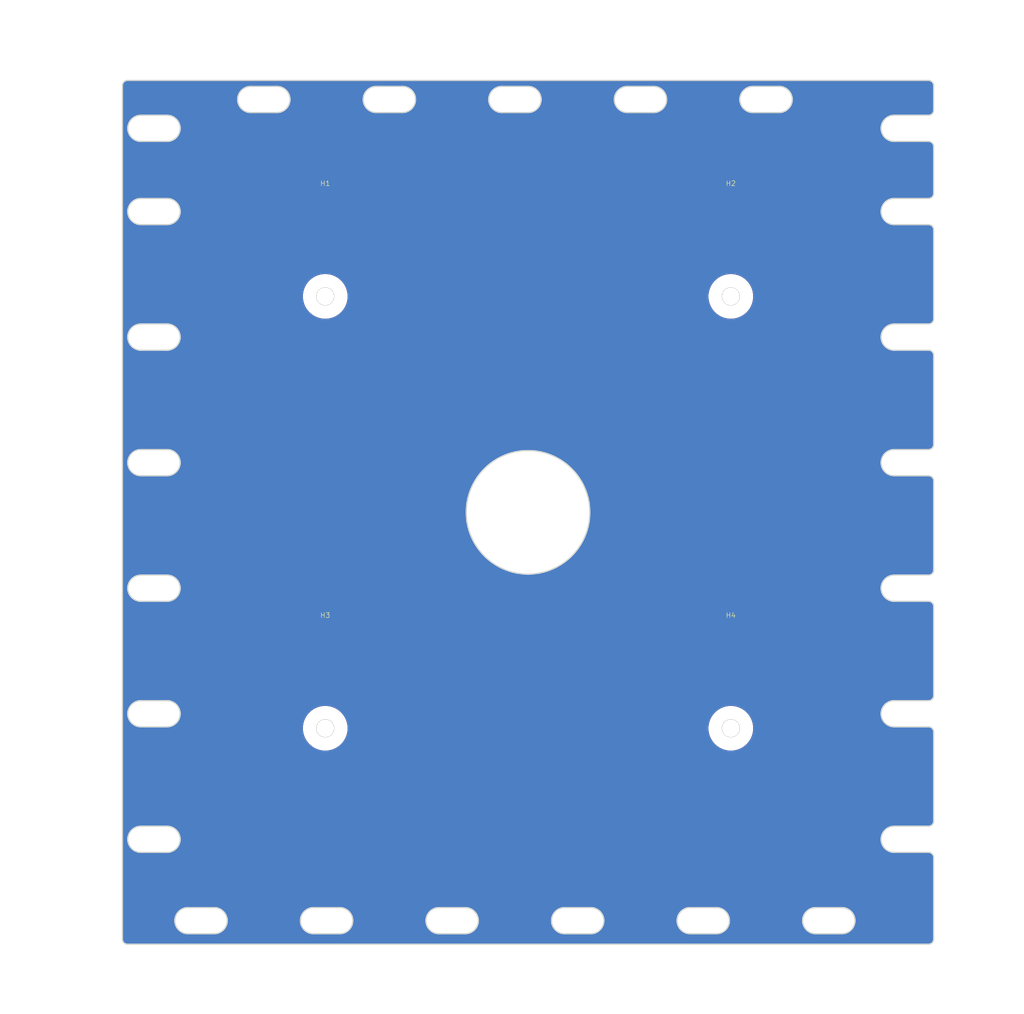
<source format=kicad_pcb>
(kicad_pcb (version 20221018) (generator pcbnew)
  (layers (0 "F.Cu" signal) (1 "In1.Cu" signal) (2 "In2.Cu" signal) (31 "B.Cu" signal) (34 "B.Paste" user) (35 "F.Paste" user) (36 "B.SilkS" user "B.Silkscreen") (37 "F.SilkS" user "F.Silkscreen") (38 "B.Mask" user) (39 "F.Mask" user) (44 "Edge.Cuts" user))
  (net 0 "")
  (footprint "0_Library:MountingHole_7.14mm" (layer "F.Cu") (at 123.075 42.68625)
    (fp_text reference "H2" (at 0 -22.852 unlocked) (layer "F.SilkS") (effects (font (thickness 0.1))))
    (fp_text value "MountingHole")
    (pad "" np_thru_hole circle (at 0 0) (size 3.45 3.45) (drill 3.45) (layers "F&B.Cu" "*.Mask"))
  )
  (footprint "0_Library:MountingHole_7.14mm" (layer "F.Cu") (at 123.075 130.05875)
    (fp_text reference "H4" (at 0 -22.852 unlocked) (layer "F.SilkS") (effects (font (thickness 0.1))))
    (fp_text value "MountingHole")
    (pad "" np_thru_hole circle (at 0 0) (size 3.45 3.45) (drill 3.45) (layers "F&B.Cu" "*.Mask"))
  )
  (footprint "0_Library:MountingHole_7.14mm" (layer "F.Cu") (at 41.025 130.05875)
    (fp_text reference "H3" (at 0 -22.852 unlocked) (layer "F.SilkS") (effects (font (thickness 0.1))))
    (fp_text value "MountingHole")
    (pad "" np_thru_hole circle (at 0 0) (size 3.45 3.45) (drill 3.45) (layers "F&B.Cu" "*.Mask"))
  )
  (footprint "0_Library:MountingHole_7.14mm" (layer "F.Cu") (at 41.025 42.68625)
    (fp_text reference "H1" (at 0 -22.852 unlocked) (layer "F.SilkS") (effects (font (thickness 0.1))))
    (fp_text value "MountingHole")
    (pad "" np_thru_hole circle (at 0 0) (size 3.45 3.45) (drill 3.45) (layers "F&B.Cu" "*.Mask"))
  )
  (gr_arc (start 9.025 124.47) (mid 11.675 127.12) (end 9.025 129.77) (stroke (width 0.25)) (layer "Edge.Cuts"))
  (gr_line (start 164.1 47.27) (end 164.1 29.17) (stroke (width 0.25)) (layer "Edge.Cuts"))
  (gr_arc (start 13.25 171.6325) (mid 10.6 168.9825) (end 13.25 166.3325) (stroke (width 0.25)) (layer "Edge.Cuts"))
  (gr_arc (start 156.125 129.77) (mid 153.475 127.12) (end 156.125 124.47) (stroke (width 0.25)) (layer "Edge.Cuts"))
  (gr_arc (start 51.35 5.5) (mid 48.7 2.85) (end 51.35 0.2) (stroke (width 0.25)) (layer "Edge.Cuts"))
  (gr_arc (start 164.1 172.745) (mid 163.807107 173.452107) (end 163.1 173.745) (stroke (width 0.25)) (layer "Edge.Cuts"))
  (gr_arc (start 127.55 5.5) (mid 124.9 2.85) (end 127.55 0.2) (stroke (width 0.25)) (layer "Edge.Cuts"))
  (gr_line (start 9.025 73.67) (end 3.725 73.67) (stroke (width 0.25)) (layer "Edge.Cuts"))
  (gr_arc (start 164.1 47.27) (mid 163.807107 47.977107) (end 163.1 48.27) (stroke (width 0.25)) (layer "Edge.Cuts"))
  (gr_arc (start 1 173.745) (mid 0.292893 173.452107) (end 0 172.745) (stroke (width 0.25)) (layer "Edge.Cuts"))
  (gr_line (start 163.1 48.27) (end 156.125 48.27) (stroke (width 0.25)) (layer "Edge.Cuts"))
  (gr_line (start 9.025 149.87) (end 3.725 149.87) (stroke (width 0.25)) (layer "Edge.Cuts"))
  (gr_arc (start 3.725 28.17) (mid 1.075 25.52) (end 3.725 22.87) (stroke (width 0.25)) (layer "Edge.Cuts"))
  (gr_line (start 9.025 53.57) (end 3.725 53.57) (stroke (width 0.25)) (layer "Edge.Cuts"))
  (gr_arc (start 163.1 129.77) (mid 163.807107 130.062893) (end 164.1 130.77) (stroke (width 0.25)) (layer "Edge.Cuts"))
  (gr_arc (start 0 0) (mid 0.292893 -0.707107) (end 1 -1) (stroke (width 0.25)) (layer "Edge.Cuts"))
  (gr_line (start 31.25 0.2) (end 25.95 0.2) (stroke (width 0.25)) (layer "Edge.Cuts"))
  (gr_arc (start 9.025 73.67) (mid 11.675 76.32) (end 9.025 78.97) (stroke (width 0.25)) (layer "Edge.Cuts"))
  (gr_line (start 164.1 72.67) (end 164.1 54.57) (stroke (width 0.25)) (layer "Edge.Cuts"))
  (gr_arc (start 164.1 72.67) (mid 163.807107 73.377107) (end 163.1 73.67) (stroke (width 0.25)) (layer "Edge.Cuts"))
  (gr_line (start 43.95 166.3325) (end 38.65 166.3325) (stroke (width 0.25)) (layer "Edge.Cuts"))
  (gr_circle (center 123.075 130.05875) (end 124.8 130.05875) (stroke (width 0.25)) (fill none) (layer "Edge.Cuts"))
  (gr_circle (center 123.075 42.68625) (end 124.8 42.68625) (stroke (width 0.25)) (fill none) (layer "Edge.Cuts"))
  (gr_line (start 120.15 171.6325) (end 114.85 171.6325) (stroke (width 0.25)) (layer "Edge.Cuts"))
  (gr_arc (start 145.55 166.3325) (mid 148.2 168.9825) (end 145.55 171.6325) (stroke (width 0.25)) (layer "Edge.Cuts"))
  (gr_line (start 163.1 155.17) (end 156.125 155.17) (stroke (width 0.25)) (layer "Edge.Cuts"))
  (gr_line (start 164.1 172.745) (end 164.1 156.17) (stroke (width 0.25)) (layer "Edge.Cuts"))
  (gr_line (start 163.1 73.67) (end 156.125 73.67) (stroke (width 0.25)) (layer "Edge.Cuts"))
  (gr_line (start 132.85 0.2) (end 127.55 0.2) (stroke (width 0.25)) (layer "Edge.Cuts"))
  (gr_line (start 9.025 48.27) (end 3.725 48.27) (stroke (width 0.25)) (layer "Edge.Cuts"))
  (gr_arc (start 156.125 78.97) (mid 153.475 76.32) (end 156.125 73.67) (stroke (width 0.25)) (layer "Edge.Cuts"))
  (gr_arc (start 9.025 6.0375) (mid 11.675 8.6875) (end 9.025 11.3375) (stroke (width 0.25)) (layer "Edge.Cuts"))
  (gr_arc (start 56.65 0.2) (mid 59.3 2.85) (end 56.65 5.5) (stroke (width 0.25)) (layer "Edge.Cuts"))
  (gr_line (start 107.45 0.2) (end 102.15 0.2) (stroke (width 0.25)) (layer "Edge.Cuts"))
  (gr_line (start 145.55 166.3325) (end 140.25 166.3325) (stroke (width 0.25)) (layer "Edge.Cuts"))
  (gr_line (start 9.025 99.07) (end 3.725 99.07) (stroke (width 0.25)) (layer "Edge.Cuts"))
  (gr_arc (start 3.725 78.97) (mid 1.075 76.32) (end 3.725 73.67) (stroke (width 0.25)) (layer "Edge.Cuts"))
  (gr_line (start 163.1 124.47) (end 156.125 124.47) (stroke (width 0.25)) (layer "Edge.Cuts"))
  (gr_line (start 1 -1) (end 163.1 -1) (stroke (width 0.25)) (layer "Edge.Cuts"))
  (gr_line (start 163.1 28.17) (end 156.125 28.17) (stroke (width 0.25)) (layer "Edge.Cuts"))
  (gr_arc (start 163.1 53.57) (mid 163.807107 53.862893) (end 164.1 54.57) (stroke (width 0.25)) (layer "Edge.Cuts"))
  (gr_line (start 163.1 78.97) (end 156.125 78.97) (stroke (width 0.25)) (layer "Edge.Cuts"))
  (gr_line (start 0 0) (end 0 172.745) (stroke (width 0.25)) (layer "Edge.Cuts"))
  (gr_line (start 107.45 5.5) (end 102.15 5.5) (stroke (width 0.25)) (layer "Edge.Cuts"))
  (gr_arc (start 89.45 171.6325) (mid 86.8 168.9825) (end 89.45 166.3325) (stroke (width 0.25)) (layer "Edge.Cuts"))
  (gr_line (start 9.025 22.87) (end 3.725 22.87) (stroke (width 0.25)) (layer "Edge.Cuts"))
  (gr_arc (start 120.15 166.3325) (mid 122.8 168.9825) (end 120.15 171.6325) (stroke (width 0.25)) (layer "Edge.Cuts"))
  (gr_arc (start 163.1 11.3375) (mid 163.807107 11.630393) (end 164.1 12.3375) (stroke (width 0.25)) (layer "Edge.Cuts"))
  (gr_arc (start 164.1 98.07) (mid 163.807107 98.777107) (end 163.1 99.07) (stroke (width 0.25)) (layer "Edge.Cuts"))
  (gr_line (start 69.35 171.6325) (end 64.05 171.6325) (stroke (width 0.25)) (layer "Edge.Cuts"))
  (gr_arc (start 9.025 48.27) (mid 11.675 50.92) (end 9.025 53.57) (stroke (width 0.25)) (layer "Edge.Cuts"))
  (gr_line (start 163.1 99.07) (end 156.125 99.07) (stroke (width 0.25)) (layer "Edge.Cuts"))
  (gr_line (start 163.1 104.37) (end 156.125 104.37) (stroke (width 0.25)) (layer "Edge.Cuts"))
  (gr_line (start 132.85 5.5) (end 127.55 5.5) (stroke (width 0.25)) (layer "Edge.Cuts"))
  (gr_arc (start 82.05 0.2) (mid 84.7 2.85) (end 82.05 5.5) (stroke (width 0.25)) (layer "Edge.Cuts"))
  (gr_line (start 163.1 6.0375) (end 156.125 6.0375) (stroke (width 0.25)) (layer "Edge.Cuts"))
  (gr_arc (start 163.1 155.17) (mid 163.807107 155.462893) (end 164.1 156.17) (stroke (width 0.25)) (layer "Edge.Cuts"))
  (gr_line (start 82.05 5.5) (end 76.75 5.5) (stroke (width 0.25)) (layer "Edge.Cuts"))
  (gr_arc (start 132.85 0.2) (mid 135.5 2.85) (end 132.85 5.5) (stroke (width 0.25)) (layer "Edge.Cuts"))
  (gr_line (start 9.025 11.3375) (end 3.725 11.3375) (stroke (width 0.25)) (layer "Edge.Cuts"))
  (gr_line (start 69.35 166.3325) (end 64.05 166.3325) (stroke (width 0.25)) (layer "Edge.Cuts"))
  (gr_line (start 145.55 171.6325) (end 140.25 171.6325) (stroke (width 0.25)) (layer "Edge.Cuts"))
  (gr_circle (center 41.025 42.68625) (end 42.75 42.68625) (stroke (width 0.25)) (fill none) (layer "Edge.Cuts"))
  (gr_line (start 163.1 149.87) (end 156.125 149.87) (stroke (width 0.25)) (layer "Edge.Cuts"))
  (gr_arc (start 9.025 149.87) (mid 11.675 152.52) (end 9.025 155.17) (stroke (width 0.25)) (layer "Edge.Cuts"))
  (gr_circle (center 41.025 130.05875) (end 42.75 130.05875) (stroke (width 0.25)) (fill none) (layer "Edge.Cuts"))
  (gr_line (start 163.1 11.3375) (end 156.125 11.3375) (stroke (width 0.25)) (layer "Edge.Cuts"))
  (gr_line (start 164.1 21.87) (end 164.1 12.3375) (stroke (width 0.25)) (layer "Edge.Cuts"))
  (gr_arc (start 94.75 166.3325) (mid 97.4 168.9825) (end 94.75 171.6325) (stroke (width 0.25)) (layer "Edge.Cuts"))
  (gr_line (start 1 173.745) (end 163.1 173.745) (stroke (width 0.25)) (layer "Edge.Cuts"))
  (gr_arc (start 156.125 53.57) (mid 153.475 50.92) (end 156.125 48.27) (stroke (width 0.25)) (layer "Edge.Cuts"))
  (gr_line (start 9.025 28.17) (end 3.725 28.17) (stroke (width 0.25)) (layer "Edge.Cuts"))
  (gr_arc (start 3.725 104.37) (mid 1.075 101.72) (end 3.725 99.07) (stroke (width 0.25)) (layer "Edge.Cuts"))
  (gr_line (start 9.025 6.0375) (end 3.725 6.0375) (stroke (width 0.25)) (layer "Edge.Cuts"))
  (gr_line (start 9.025 104.37) (end 3.725 104.37) (stroke (width 0.25)) (layer "Edge.Cuts"))
  (gr_arc (start 25.95 5.5) (mid 23.3 2.85) (end 25.95 0.2) (stroke (width 0.25)) (layer "Edge.Cuts"))
  (gr_arc (start 69.35 166.3325) (mid 72 168.9825) (end 69.35 171.6325) (stroke (width 0.25)) (layer "Edge.Cuts"))
  (gr_line (start 120.15 166.3325) (end 114.85 166.3325) (stroke (width 0.25)) (layer "Edge.Cuts"))
  (gr_arc (start 3.725 129.77) (mid 1.075 127.12) (end 3.725 124.47) (stroke (width 0.25)) (layer "Edge.Cuts"))
  (gr_line (start 56.65 5.5) (end 51.35 5.5) (stroke (width 0.25)) (layer "Edge.Cuts"))
  (gr_circle (center 82.05 86.3725) (end 94.55 86.3725) (stroke (width 0.25)) (fill none) (layer "Edge.Cuts"))
  (gr_line (start 43.95 171.6325) (end 38.65 171.6325) (stroke (width 0.25)) (layer "Edge.Cuts"))
  (gr_line (start 9.025 129.77) (end 3.725 129.77) (stroke (width 0.25)) (layer "Edge.Cuts"))
  (gr_arc (start 114.85 171.6325) (mid 112.2 168.9825) (end 114.85 166.3325) (stroke (width 0.25)) (layer "Edge.Cuts"))
  (gr_line (start 164.1 123.47) (end 164.1 105.37) (stroke (width 0.25)) (layer "Edge.Cuts"))
  (gr_arc (start 102.15 5.5) (mid 99.5 2.85) (end 102.15 0.2) (stroke (width 0.25)) (layer "Edge.Cuts"))
  (gr_arc (start 163.1 -1) (mid 163.807107 -0.707107) (end 164.1 0) (stroke (width 0.25)) (layer "Edge.Cuts"))
  (gr_line (start 94.75 171.6325) (end 89.45 171.6325) (stroke (width 0.25)) (layer "Edge.Cuts"))
  (gr_arc (start 156.125 11.3375) (mid 153.475 8.6875) (end 156.125 6.0375) (stroke (width 0.25)) (layer "Edge.Cuts"))
  (gr_arc (start 164.1 21.87) (mid 163.807107 22.577107) (end 163.1 22.87) (stroke (width 0.25)) (layer "Edge.Cuts"))
  (gr_line (start 164.1 98.07) (end 164.1 79.97) (stroke (width 0.25)) (layer "Edge.Cuts"))
  (gr_arc (start 164.1 148.87) (mid 163.807107 149.577107) (end 163.1 149.87) (stroke (width 0.25)) (layer "Edge.Cuts"))
  (gr_arc (start 163.1 78.97) (mid 163.807107 79.262893) (end 164.1 79.97) (stroke (width 0.25)) (layer "Edge.Cuts"))
  (gr_line (start 94.75 166.3325) (end 89.45 166.3325) (stroke (width 0.25)) (layer "Edge.Cuts"))
  (gr_line (start 18.55 166.3325) (end 13.25 166.3325) (stroke (width 0.25)) (layer "Edge.Cuts"))
  (gr_arc (start 43.95 166.3325) (mid 46.6 168.9825) (end 43.95 171.6325) (stroke (width 0.25)) (layer "Edge.Cuts"))
  (gr_arc (start 163.1 104.37) (mid 163.807107 104.662893) (end 164.1 105.37) (stroke (width 0.25)) (layer "Edge.Cuts"))
  (gr_line (start 56.65 0.2) (end 51.35 0.2) (stroke (width 0.25)) (layer "Edge.Cuts"))
  (gr_line (start 31.25 5.5) (end 25.95 5.5) (stroke (width 0.25)) (layer "Edge.Cuts"))
  (gr_line (start 18.55 171.6325) (end 13.25 171.6325) (stroke (width 0.25)) (layer "Edge.Cuts"))
  (gr_arc (start 3.725 53.57) (mid 1.075 50.92) (end 3.725 48.27) (stroke (width 0.25)) (layer "Edge.Cuts"))
  (gr_line (start 164.1 5.0375) (end 164.1 0) (stroke (width 0.25)) (layer "Edge.Cuts"))
  (gr_arc (start 164.1 123.47) (mid 163.807107 124.177107) (end 163.1 124.47) (stroke (width 0.25)) (layer "Edge.Cuts"))
  (gr_arc (start 31.25 0.2) (mid 33.9 2.85) (end 31.25 5.5) (stroke (width 0.25)) (layer "Edge.Cuts"))
  (gr_line (start 9.025 155.17) (end 3.725 155.17) (stroke (width 0.25)) (layer "Edge.Cuts"))
  (gr_arc (start 9.025 22.87) (mid 11.675 25.52) (end 9.025 28.17) (stroke (width 0.25)) (layer "Edge.Cuts"))
  (gr_arc (start 156.125 155.17) (mid 153.475 152.52) (end 156.125 149.87) (stroke (width 0.25)) (layer "Edge.Cuts"))
  (gr_arc (start 18.55 166.3325) (mid 21.2 168.9825) (end 18.55 171.6325) (stroke (width 0.25)) (layer "Edge.Cuts"))
  (gr_arc (start 140.25 171.6325) (mid 137.6 168.9825) (end 140.25 166.3325) (stroke (width 0.25)) (layer "Edge.Cuts"))
  (gr_arc (start 156.125 104.37) (mid 153.475 101.72) (end 156.125 99.07) (stroke (width 0.25)) (layer "Edge.Cuts"))
  (gr_line (start 164.1 148.87) (end 164.1 130.77) (stroke (width 0.25)) (layer "Edge.Cuts"))
  (gr_line (start 163.1 22.87) (end 156.125 22.87) (stroke (width 0.25)) (layer "Edge.Cuts"))
  (gr_line (start 9.025 78.97) (end 3.725 78.97) (stroke (width 0.25)) (layer "Edge.Cuts"))
  (gr_arc (start 3.725 155.17) (mid 1.075 152.52) (end 3.725 149.87) (stroke (width 0.25)) (layer "Edge.Cuts"))
  (gr_line (start 82.05 0.2) (end 76.75 0.2) (stroke (width 0.25)) (layer "Edge.Cuts"))
  (gr_arc (start 64.05 171.6325) (mid 61.4 168.9825) (end 64.05 166.3325) (stroke (width 0.25)) (layer "Edge.Cuts"))
  (gr_arc (start 3.725 11.3375) (mid 1.075 8.6875) (end 3.725 6.0375) (stroke (width 0.25)) (layer "Edge.Cuts"))
  (gr_arc (start 163.1 28.17) (mid 163.807107 28.462893) (end 164.1 29.17) (stroke (width 0.25)) (layer "Edge.Cuts"))
  (gr_arc (start 164.1 5.0375) (mid 163.807107 5.744607) (end 163.1 6.0375) (stroke (width 0.25)) (layer "Edge.Cuts"))
  (gr_line (start 9.025 124.47) (end 3.725 124.47) (stroke (width 0.25)) (layer "Edge.Cuts"))
  (gr_arc (start 9.025 99.07) (mid 11.675 101.72) (end 9.025 104.37) (stroke (width 0.25)) (layer "Edge.Cuts"))
  (gr_arc (start 107.45 0.2) (mid 110.1 2.85) (end 107.45 5.5) (stroke (width 0.25)) (layer "Edge.Cuts"))
  (gr_arc (start 156.125 28.17) (mid 153.475 25.52) (end 156.125 22.87) (stroke (width 0.25)) (layer "Edge.Cuts"))
  (gr_line (start 163.1 129.77) (end 156.125 129.77) (stroke (width 0.25)) (layer "Edge.Cuts"))
  (gr_arc (start 38.65 171.6325) (mid 36 168.9825) (end 38.65 166.3325) (stroke (width 0.25)) (layer "Edge.Cuts"))
  (gr_line (start 163.1 53.57) (end 156.125 53.57) (stroke (width 0.25)) (layer "Edge.Cuts"))
  (gr_arc (start 76.75 5.5) (mid 74.1 2.85) (end 76.75 0.2) (stroke (width 0.25)) (layer "Edge.Cuts"))
  (zone (net 0) (net_name "") (layers "F.Cu" "In1.Cu" "In2.Cu" "B.Cu") (connect_pads (clearance 0.5)) (min_thickness 0.25) (fill yes (thermal_gap 0.5) (thermal_bridge_width 0.5) (island_removal_mode 1) (island_area_min 10))
    (polygon (pts (xy -11.2 -14.7) (xy 181.9 -16.2) (xy 182.4 187.9) (xy -9 184)))
  )
)
</source>
